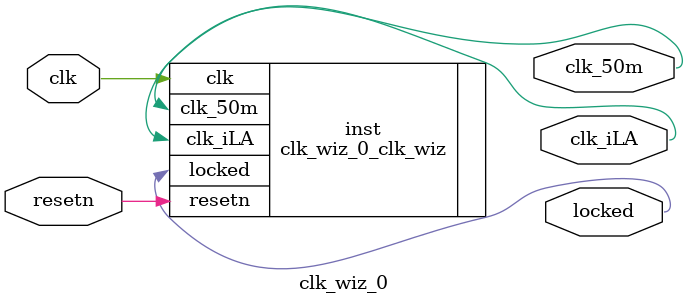
<source format=v>


`timescale 1ps/1ps

(* CORE_GENERATION_INFO = "clk_wiz_0,clk_wiz_v6_0_6_0_0,{component_name=clk_wiz_0,use_phase_alignment=true,use_min_o_jitter=false,use_max_i_jitter=false,use_dyn_phase_shift=false,use_inclk_switchover=false,use_dyn_reconfig=false,enable_axi=0,feedback_source=FDBK_AUTO,PRIMITIVE=MMCM,num_out_clk=2,clkin1_period=20.000,clkin2_period=10.0,use_power_down=false,use_reset=true,use_locked=true,use_inclk_stopped=false,feedback_type=SINGLE,CLOCK_MGR_TYPE=NA,manual_override=false}" *)

module clk_wiz_0 
 (
  // Clock out ports
  output        clk_iLA,
  output        clk_50m,
  // Status and control signals
  input         resetn,
  output        locked,
 // Clock in ports
  input         clk
 );

  clk_wiz_0_clk_wiz inst
  (
  // Clock out ports  
  .clk_iLA(clk_iLA),
  .clk_50m(clk_50m),
  // Status and control signals               
  .resetn(resetn), 
  .locked(locked),
 // Clock in ports
  .clk(clk)
  );

endmodule

</source>
